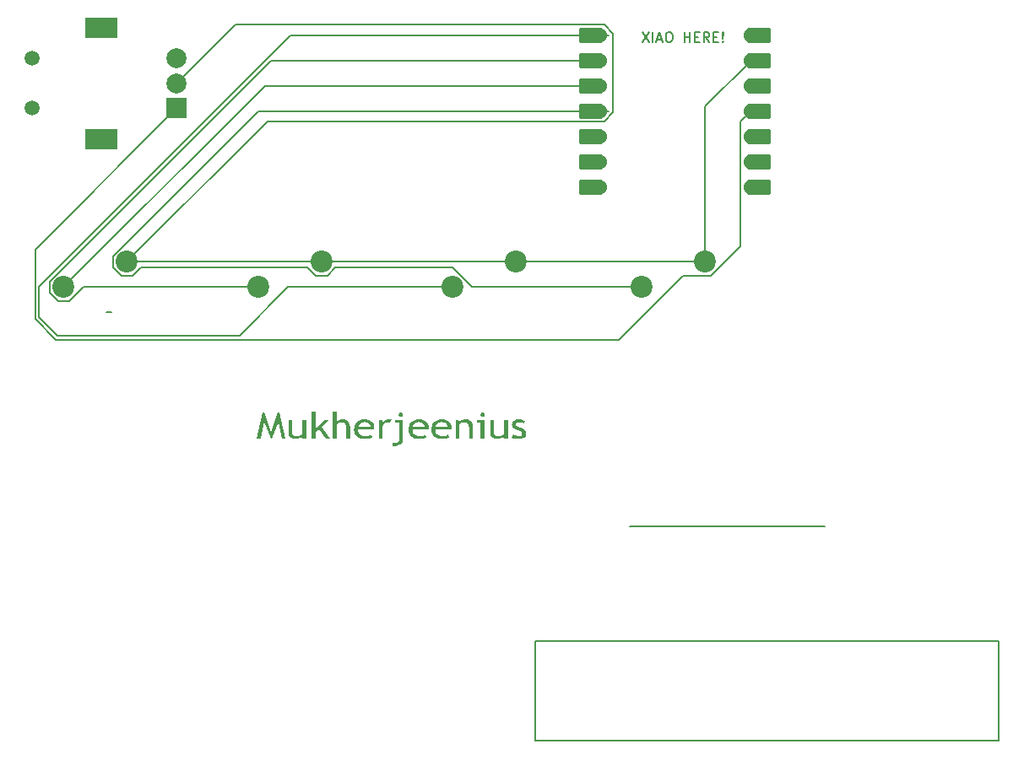
<source format=gbr>
%TF.GenerationSoftware,KiCad,Pcbnew,9.0.2*%
%TF.CreationDate,2025-06-29T15:05:13-04:00*%
%TF.ProjectId,Kicadproject1,4b696361-6470-4726-9f6a-656374312e6b,rev?*%
%TF.SameCoordinates,Original*%
%TF.FileFunction,Copper,L1,Top*%
%TF.FilePolarity,Positive*%
%FSLAX46Y46*%
G04 Gerber Fmt 4.6, Leading zero omitted, Abs format (unit mm)*
G04 Created by KiCad (PCBNEW 9.0.2) date 2025-06-29 15:05:13*
%MOMM*%
%LPD*%
G01*
G04 APERTURE LIST*
G04 Aperture macros list*
%AMRoundRect*
0 Rectangle with rounded corners*
0 $1 Rounding radius*
0 $2 $3 $4 $5 $6 $7 $8 $9 X,Y pos of 4 corners*
0 Add a 4 corners polygon primitive as box body*
4,1,4,$2,$3,$4,$5,$6,$7,$8,$9,$2,$3,0*
0 Add four circle primitives for the rounded corners*
1,1,$1+$1,$2,$3*
1,1,$1+$1,$4,$5*
1,1,$1+$1,$6,$7*
1,1,$1+$1,$8,$9*
0 Add four rect primitives between the rounded corners*
20,1,$1+$1,$2,$3,$4,$5,0*
20,1,$1+$1,$4,$5,$6,$7,0*
20,1,$1+$1,$6,$7,$8,$9,0*
20,1,$1+$1,$8,$9,$2,$3,0*%
G04 Aperture macros list end*
%TA.AperFunction,NonConductor*%
%ADD10C,0.200000*%
%TD*%
%ADD11C,0.150000*%
%TA.AperFunction,NonConductor*%
%ADD12C,0.150000*%
%TD*%
%TA.AperFunction,ComponentPad*%
%ADD13C,1.500000*%
%TD*%
%TA.AperFunction,ComponentPad*%
%ADD14R,2.000000X2.000000*%
%TD*%
%TA.AperFunction,ComponentPad*%
%ADD15C,2.000000*%
%TD*%
%TA.AperFunction,ComponentPad*%
%ADD16R,3.200000X2.000000*%
%TD*%
%TA.AperFunction,ComponentPad*%
%ADD17C,2.200000*%
%TD*%
%TA.AperFunction,SMDPad,CuDef*%
%ADD18RoundRect,0.152400X1.063600X0.609600X-1.063600X0.609600X-1.063600X-0.609600X1.063600X-0.609600X0*%
%TD*%
%TA.AperFunction,ComponentPad*%
%ADD19C,1.524000*%
%TD*%
%TA.AperFunction,SMDPad,CuDef*%
%ADD20RoundRect,0.152400X-1.063600X-0.609600X1.063600X-0.609600X1.063600X0.609600X-1.063600X0.609600X0*%
%TD*%
%TA.AperFunction,Conductor*%
%ADD21C,0.200000*%
%TD*%
G04 APERTURE END LIST*
D10*
X116500000Y-111500000D02*
X136000000Y-111500000D01*
X116500000Y-111500000D01*
X107000000Y-123000000D02*
X153500000Y-123000000D01*
X153500000Y-133000000D01*
X107000000Y-133000000D01*
X107000000Y-123000000D01*
D11*
G36*
X81567847Y-102658000D02*
G01*
X81211191Y-100987232D01*
X80555399Y-102698642D01*
X80453000Y-102698642D01*
X79778707Y-100987232D01*
X79430294Y-102658000D01*
X79041032Y-102658000D01*
X79602486Y-100056911D01*
X79788965Y-100056911D01*
X80504291Y-101954861D01*
X81164113Y-100056911D01*
X81348578Y-100056911D01*
X81957292Y-102658000D01*
X81567847Y-102658000D01*
G37*
G36*
X82623342Y-100757986D02*
G01*
X82623342Y-101972959D01*
X82638263Y-102120405D01*
X82678197Y-102229385D01*
X82738766Y-102309020D01*
X82819868Y-102365488D01*
X82925674Y-102401157D01*
X83063895Y-102414147D01*
X83188931Y-102403435D01*
X83305637Y-102371664D01*
X83416338Y-102318099D01*
X83514396Y-102247655D01*
X83583336Y-102173805D01*
X83627547Y-102095679D01*
X83627547Y-100757986D01*
X84016992Y-100757986D01*
X84016992Y-102658000D01*
X83627547Y-102658000D01*
X83627547Y-102399859D01*
X83574448Y-102467281D01*
X83489540Y-102535581D01*
X83364131Y-102605292D01*
X83229230Y-102658470D01*
X83101175Y-102688828D01*
X82977983Y-102698642D01*
X82798839Y-102686056D01*
X82650645Y-102650807D01*
X82527629Y-102595127D01*
X82425505Y-102519086D01*
X82345291Y-102425184D01*
X82285661Y-102311621D01*
X82247555Y-102174413D01*
X82233897Y-102008521D01*
X82233897Y-100757986D01*
X82623342Y-100757986D01*
G37*
G36*
X85967515Y-102658000D02*
G01*
X85278934Y-101705770D01*
X84938764Y-102007727D01*
X84938764Y-102658000D01*
X84549319Y-102658000D01*
X84549319Y-99975627D01*
X84938764Y-99975627D01*
X84938764Y-101641949D01*
X85779021Y-100757986D01*
X86233862Y-100757986D01*
X85530992Y-101478429D01*
X86389750Y-102658000D01*
X85967515Y-102658000D01*
G37*
G36*
X88018056Y-102658000D02*
G01*
X88018056Y-101460807D01*
X88003155Y-101322069D01*
X87961952Y-101212028D01*
X87897156Y-101124557D01*
X87807831Y-101057562D01*
X87696669Y-101016466D01*
X87556987Y-101001838D01*
X87418036Y-101019168D01*
X87273054Y-101073914D01*
X87144533Y-101154163D01*
X87054884Y-101242038D01*
X87054884Y-102658000D01*
X86665439Y-102658000D01*
X86665439Y-99975627D01*
X87054884Y-99975627D01*
X87054884Y-100962783D01*
X87114070Y-100899524D01*
X87196190Y-100841139D01*
X87305844Y-100787673D01*
X87482727Y-100734769D01*
X87663599Y-100717344D01*
X87834437Y-100730788D01*
X87979309Y-100768995D01*
X88103227Y-100830572D01*
X88209665Y-100916585D01*
X88292889Y-101020084D01*
X88354486Y-101142693D01*
X88393586Y-101288074D01*
X88407501Y-101460807D01*
X88407501Y-102658000D01*
X88018056Y-102658000D01*
G37*
G36*
X90078590Y-100733346D02*
G01*
X90274756Y-100778482D01*
X90440739Y-100850215D01*
X90581507Y-100948495D01*
X90692515Y-101066153D01*
X90772499Y-101201199D01*
X90822183Y-101356999D01*
X90839610Y-101538122D01*
X90831652Y-101648405D01*
X90808836Y-101746094D01*
X89226875Y-101746094D01*
X89241743Y-101912065D01*
X89283346Y-102049486D01*
X89348868Y-102163561D01*
X89437901Y-102258247D01*
X89571754Y-102343770D01*
X89729354Y-102395889D01*
X89917472Y-102414147D01*
X90082245Y-102402941D01*
X90228038Y-102370662D01*
X90358091Y-102318289D01*
X90474895Y-102245388D01*
X90638843Y-102489081D01*
X90532578Y-102557936D01*
X90362238Y-102624025D01*
X90204225Y-102664739D01*
X90031372Y-102689939D01*
X89841634Y-102698642D01*
X89639740Y-102682934D01*
X89457777Y-102637161D01*
X89291744Y-102561619D01*
X89138764Y-102454313D01*
X89000468Y-102311357D01*
X88900761Y-102146180D01*
X88838723Y-101954444D01*
X88816913Y-101730219D01*
X88831316Y-101540947D01*
X88841492Y-101499702D01*
X89237133Y-101499702D01*
X90452363Y-101499702D01*
X90435256Y-101366386D01*
X90386027Y-101252348D01*
X90304719Y-101153293D01*
X90186684Y-101070572D01*
X90042424Y-101019824D01*
X89864166Y-101001838D01*
X89697556Y-101018796D01*
X89553839Y-101067902D01*
X89427643Y-101149800D01*
X89331952Y-101251010D01*
X89268836Y-101366466D01*
X89237133Y-101499702D01*
X88841492Y-101499702D01*
X88872643Y-101373443D01*
X88939064Y-101224488D01*
X89030138Y-101091431D01*
X89146824Y-100972309D01*
X89303699Y-100859264D01*
X89470512Y-100780566D01*
X89649916Y-100733393D01*
X89845664Y-100717344D01*
X90078590Y-100733346D01*
G37*
G36*
X92442088Y-101078200D02*
G01*
X92311683Y-101020070D01*
X92185999Y-101001838D01*
X92056676Y-101019393D01*
X91937557Y-101072606D01*
X91824214Y-101167263D01*
X91739079Y-101283686D01*
X91687465Y-101415149D01*
X91669609Y-101565745D01*
X91669609Y-102658000D01*
X91280163Y-102658000D01*
X91280163Y-100757986D01*
X91669609Y-100757986D01*
X91669609Y-101057085D01*
X91766912Y-100930751D01*
X91876998Y-100837047D01*
X92000877Y-100771286D01*
X92141379Y-100731238D01*
X92302869Y-100717344D01*
X92418245Y-100724107D01*
X92604021Y-100749413D01*
X92442088Y-101078200D01*
G37*
G36*
X93479448Y-100036590D02*
G01*
X93572470Y-100051891D01*
X93650540Y-100097712D01*
X93703649Y-100164987D01*
X93721249Y-100243928D01*
X93703548Y-100324507D01*
X93650540Y-100392049D01*
X93572470Y-100437870D01*
X93479448Y-100453170D01*
X93386584Y-100437844D01*
X93309272Y-100392049D01*
X93257123Y-100324581D01*
X93239663Y-100243928D01*
X93257151Y-100163575D01*
X93309272Y-100096918D01*
X93386512Y-100051743D01*
X93479448Y-100036590D01*
G37*
G36*
X92639192Y-103399716D02*
G01*
X92639192Y-103097441D01*
X92907321Y-103082301D01*
X93081683Y-103044413D01*
X93189471Y-102992026D01*
X93268084Y-102912624D01*
X93318998Y-102801038D01*
X93338032Y-102646093D01*
X93338032Y-101042480D01*
X92901509Y-101042480D01*
X92901509Y-100757986D01*
X93727477Y-100757986D01*
X93727477Y-102639584D01*
X93708429Y-102834157D01*
X93655709Y-102990179D01*
X93573218Y-103115409D01*
X93460947Y-103215398D01*
X93324694Y-103289768D01*
X93148754Y-103347447D01*
X92923909Y-103385659D01*
X92639192Y-103399716D01*
G37*
G36*
X95535953Y-100733346D02*
G01*
X95732118Y-100778482D01*
X95898101Y-100850215D01*
X96038869Y-100948495D01*
X96149878Y-101066153D01*
X96229862Y-101201199D01*
X96279545Y-101356999D01*
X96296973Y-101538122D01*
X96289014Y-101648405D01*
X96266198Y-101746094D01*
X94684237Y-101746094D01*
X94699105Y-101912065D01*
X94740708Y-102049486D01*
X94806231Y-102163561D01*
X94895263Y-102258247D01*
X95029116Y-102343770D01*
X95186716Y-102395889D01*
X95374834Y-102414147D01*
X95539607Y-102402941D01*
X95685400Y-102370662D01*
X95815454Y-102318289D01*
X95932257Y-102245388D01*
X96096205Y-102489081D01*
X95989941Y-102557936D01*
X95819600Y-102624025D01*
X95661587Y-102664739D01*
X95488734Y-102689939D01*
X95298996Y-102698642D01*
X95097102Y-102682934D01*
X94915139Y-102637161D01*
X94749106Y-102561619D01*
X94596127Y-102454313D01*
X94457830Y-102311357D01*
X94358123Y-102146180D01*
X94296085Y-101954444D01*
X94274275Y-101730219D01*
X94288679Y-101540947D01*
X94298855Y-101499702D01*
X94694495Y-101499702D01*
X95909726Y-101499702D01*
X95892618Y-101366386D01*
X95843389Y-101252348D01*
X95762081Y-101153293D01*
X95644047Y-101070572D01*
X95499786Y-101019824D01*
X95321528Y-101001838D01*
X95154919Y-101018796D01*
X95011201Y-101067902D01*
X94885005Y-101149800D01*
X94789314Y-101251010D01*
X94726198Y-101366466D01*
X94694495Y-101499702D01*
X94298855Y-101499702D01*
X94330005Y-101373443D01*
X94396427Y-101224488D01*
X94487500Y-101091431D01*
X94604187Y-100972309D01*
X94761061Y-100859264D01*
X94927874Y-100780566D01*
X95107279Y-100733393D01*
X95303026Y-100717344D01*
X95535953Y-100733346D01*
G37*
G36*
X97824997Y-100733346D02*
G01*
X98021162Y-100778482D01*
X98187145Y-100850215D01*
X98327913Y-100948495D01*
X98438922Y-101066153D01*
X98518906Y-101201199D01*
X98568589Y-101356999D01*
X98586017Y-101538122D01*
X98578058Y-101648405D01*
X98555242Y-101746094D01*
X96973281Y-101746094D01*
X96988149Y-101912065D01*
X97029752Y-102049486D01*
X97095275Y-102163561D01*
X97184307Y-102258247D01*
X97318160Y-102343770D01*
X97475760Y-102395889D01*
X97663878Y-102414147D01*
X97828651Y-102402941D01*
X97974444Y-102370662D01*
X98104498Y-102318289D01*
X98221301Y-102245388D01*
X98385249Y-102489081D01*
X98278985Y-102557936D01*
X98108644Y-102624025D01*
X97950631Y-102664739D01*
X97777778Y-102689939D01*
X97588040Y-102698642D01*
X97386146Y-102682934D01*
X97204183Y-102637161D01*
X97038150Y-102561619D01*
X96885170Y-102454313D01*
X96746874Y-102311357D01*
X96647167Y-102146180D01*
X96585129Y-101954444D01*
X96563319Y-101730219D01*
X96577722Y-101540947D01*
X96587898Y-101499702D01*
X96983539Y-101499702D01*
X98198770Y-101499702D01*
X98181662Y-101366386D01*
X98132433Y-101252348D01*
X98051125Y-101153293D01*
X97933091Y-101070572D01*
X97788830Y-101019824D01*
X97610572Y-101001838D01*
X97443962Y-101018796D01*
X97300245Y-101067902D01*
X97174049Y-101149800D01*
X97078358Y-101251010D01*
X97015242Y-101366466D01*
X96983539Y-101499702D01*
X96587898Y-101499702D01*
X96619049Y-101373443D01*
X96685471Y-101224488D01*
X96776544Y-101091431D01*
X96893230Y-100972309D01*
X97050105Y-100859264D01*
X97216918Y-100780566D01*
X97396323Y-100733393D01*
X97592070Y-100717344D01*
X97824997Y-100733346D01*
G37*
G36*
X100346397Y-102658000D02*
G01*
X100346397Y-101549711D01*
X100331485Y-101346789D01*
X100293726Y-101210942D01*
X100240884Y-101123764D01*
X100160118Y-101058964D01*
X100046175Y-101017356D01*
X99887342Y-101001838D01*
X99754965Y-101018222D01*
X99608539Y-101071215D01*
X99477676Y-101150390D01*
X99385240Y-101242038D01*
X99385240Y-102658000D01*
X98995795Y-102658000D01*
X98995795Y-100757986D01*
X99262325Y-100757986D01*
X99385240Y-100998345D01*
X99471192Y-100898009D01*
X99574158Y-100821001D01*
X99696243Y-100765014D01*
X99841275Y-100729829D01*
X100014471Y-100717344D01*
X100209631Y-100733552D01*
X100365591Y-100778560D01*
X100490776Y-100849806D01*
X100590615Y-100948720D01*
X100666833Y-101080511D01*
X100717205Y-101253537D01*
X100735842Y-101478587D01*
X100735842Y-102658000D01*
X100346397Y-102658000D01*
G37*
G36*
X101692419Y-100036590D02*
G01*
X101785441Y-100051891D01*
X101863511Y-100097712D01*
X101916620Y-100164987D01*
X101934220Y-100243928D01*
X101916519Y-100324507D01*
X101863511Y-100392049D01*
X101785441Y-100437870D01*
X101692419Y-100453170D01*
X101601130Y-100437950D01*
X101523342Y-100392049D01*
X101470334Y-100324507D01*
X101452634Y-100243928D01*
X101470122Y-100163575D01*
X101522243Y-100096918D01*
X101599483Y-100051743D01*
X101692419Y-100036590D01*
G37*
G36*
X101479378Y-102658000D02*
G01*
X101479378Y-101042480D01*
X101178044Y-101042480D01*
X101178044Y-100757986D01*
X101868640Y-100757986D01*
X101868640Y-102658000D01*
X101479378Y-102658000D01*
G37*
G36*
X102855443Y-100757986D02*
G01*
X102855443Y-101972959D01*
X102870364Y-102120405D01*
X102910297Y-102229385D01*
X102970867Y-102309020D01*
X103051968Y-102365488D01*
X103157774Y-102401157D01*
X103295996Y-102414147D01*
X103421032Y-102403435D01*
X103537737Y-102371664D01*
X103648438Y-102318099D01*
X103746497Y-102247655D01*
X103815437Y-102173805D01*
X103859647Y-102095679D01*
X103859647Y-100757986D01*
X104249092Y-100757986D01*
X104249092Y-102658000D01*
X103859647Y-102658000D01*
X103859647Y-102399859D01*
X103806548Y-102467281D01*
X103721640Y-102535581D01*
X103596231Y-102605292D01*
X103461330Y-102658470D01*
X103333276Y-102688828D01*
X103210083Y-102698642D01*
X103030940Y-102686056D01*
X102882746Y-102650807D01*
X102759730Y-102595127D01*
X102657606Y-102519086D01*
X102577391Y-102425184D01*
X102517762Y-102311621D01*
X102479656Y-102174413D01*
X102465997Y-102008521D01*
X102465997Y-100757986D01*
X102855443Y-100757986D01*
G37*
G36*
X104637988Y-102549409D02*
G01*
X104775375Y-102229353D01*
X105001564Y-102341820D01*
X105171918Y-102398120D01*
X105300008Y-102414147D01*
X105441232Y-102401343D01*
X105538939Y-102367686D01*
X105605009Y-102316612D01*
X105645788Y-102246161D01*
X105660694Y-102149498D01*
X105642898Y-102066574D01*
X105586987Y-101986545D01*
X105482628Y-101906057D01*
X105312281Y-101824362D01*
X105067076Y-101721019D01*
X104950497Y-101662112D01*
X104862792Y-101602507D01*
X104788564Y-101536375D01*
X104728167Y-101462909D01*
X104686165Y-101386667D01*
X104661036Y-101305144D01*
X104652459Y-101216319D01*
X104665516Y-101102026D01*
X104702785Y-101004884D01*
X104763405Y-100921385D01*
X104849197Y-100849271D01*
X104987848Y-100778210D01*
X105156776Y-100733381D01*
X105363572Y-100717344D01*
X105521137Y-100729525D01*
X105719557Y-100770632D01*
X105968073Y-100848795D01*
X105857431Y-101161707D01*
X105695895Y-101069746D01*
X105542114Y-101018339D01*
X105392149Y-101001838D01*
X105261052Y-101016842D01*
X105157493Y-101059149D01*
X105103174Y-101102138D01*
X105072498Y-101149696D01*
X105062238Y-101203936D01*
X105076544Y-101288627D01*
X105118595Y-101361569D01*
X105191176Y-101426023D01*
X105302023Y-101482874D01*
X105580643Y-101593369D01*
X105745854Y-101669663D01*
X105867467Y-101747049D01*
X105953602Y-101825315D01*
X106017206Y-101916771D01*
X106056601Y-102024149D01*
X106070472Y-102151403D01*
X106056652Y-102276627D01*
X106017258Y-102383074D01*
X105953397Y-102474494D01*
X105863476Y-102553378D01*
X105756714Y-102613926D01*
X105628443Y-102659233D01*
X105474486Y-102688251D01*
X105289750Y-102698642D01*
X105063286Y-102682046D01*
X104847045Y-102632603D01*
X104637988Y-102549409D01*
G37*
D12*
X117741541Y-61869819D02*
X118408207Y-62869819D01*
X118408207Y-61869819D02*
X117741541Y-62869819D01*
X118789160Y-62869819D02*
X118789160Y-61869819D01*
X119217731Y-62584104D02*
X119693921Y-62584104D01*
X119122493Y-62869819D02*
X119455826Y-61869819D01*
X119455826Y-61869819D02*
X119789159Y-62869819D01*
X120312969Y-61869819D02*
X120503445Y-61869819D01*
X120503445Y-61869819D02*
X120598683Y-61917438D01*
X120598683Y-61917438D02*
X120693921Y-62012676D01*
X120693921Y-62012676D02*
X120741540Y-62203152D01*
X120741540Y-62203152D02*
X120741540Y-62536485D01*
X120741540Y-62536485D02*
X120693921Y-62726961D01*
X120693921Y-62726961D02*
X120598683Y-62822200D01*
X120598683Y-62822200D02*
X120503445Y-62869819D01*
X120503445Y-62869819D02*
X120312969Y-62869819D01*
X120312969Y-62869819D02*
X120217731Y-62822200D01*
X120217731Y-62822200D02*
X120122493Y-62726961D01*
X120122493Y-62726961D02*
X120074874Y-62536485D01*
X120074874Y-62536485D02*
X120074874Y-62203152D01*
X120074874Y-62203152D02*
X120122493Y-62012676D01*
X120122493Y-62012676D02*
X120217731Y-61917438D01*
X120217731Y-61917438D02*
X120312969Y-61869819D01*
X121932017Y-62869819D02*
X121932017Y-61869819D01*
X121932017Y-62346009D02*
X122503445Y-62346009D01*
X122503445Y-62869819D02*
X122503445Y-61869819D01*
X122979636Y-62346009D02*
X123312969Y-62346009D01*
X123455826Y-62869819D02*
X122979636Y-62869819D01*
X122979636Y-62869819D02*
X122979636Y-61869819D01*
X122979636Y-61869819D02*
X123455826Y-61869819D01*
X124455826Y-62869819D02*
X124122493Y-62393628D01*
X123884398Y-62869819D02*
X123884398Y-61869819D01*
X123884398Y-61869819D02*
X124265350Y-61869819D01*
X124265350Y-61869819D02*
X124360588Y-61917438D01*
X124360588Y-61917438D02*
X124408207Y-61965057D01*
X124408207Y-61965057D02*
X124455826Y-62060295D01*
X124455826Y-62060295D02*
X124455826Y-62203152D01*
X124455826Y-62203152D02*
X124408207Y-62298390D01*
X124408207Y-62298390D02*
X124360588Y-62346009D01*
X124360588Y-62346009D02*
X124265350Y-62393628D01*
X124265350Y-62393628D02*
X123884398Y-62393628D01*
X124884398Y-62346009D02*
X125217731Y-62346009D01*
X125360588Y-62869819D02*
X124884398Y-62869819D01*
X124884398Y-62869819D02*
X124884398Y-61869819D01*
X124884398Y-61869819D02*
X125360588Y-61869819D01*
X125789160Y-62774580D02*
X125836779Y-62822200D01*
X125836779Y-62822200D02*
X125789160Y-62869819D01*
X125789160Y-62869819D02*
X125741541Y-62822200D01*
X125741541Y-62822200D02*
X125789160Y-62774580D01*
X125789160Y-62774580D02*
X125789160Y-62869819D01*
X125789160Y-62488866D02*
X125741541Y-61917438D01*
X125741541Y-61917438D02*
X125789160Y-61869819D01*
X125789160Y-61869819D02*
X125836779Y-61917438D01*
X125836779Y-61917438D02*
X125789160Y-62488866D01*
X125789160Y-62488866D02*
X125789160Y-61869819D01*
D13*
%TO.P,SW5,*%
%TO.N,*%
X56500000Y-69500000D03*
X56500000Y-64500000D03*
D14*
%TO.P,SW5,A,A*%
%TO.N,Net-(U1-GPIO3{slash}MOSI)*%
X71000000Y-69500000D03*
D15*
%TO.P,SW5,B,B*%
%TO.N,Net-(U1-GPIO4{slash}MISO)*%
X71000000Y-64500000D03*
%TO.P,SW5,C,C*%
%TO.N,GND*%
X71000000Y-67000000D03*
D16*
%TO.P,SW5,MP*%
%TO.N,N/C*%
X63500000Y-72600000D03*
X63500000Y-61400000D03*
%TD*%
D17*
%TO.P,SW2,1,1*%
%TO.N,GND*%
X105040000Y-84920000D03*
%TO.P,SW2,2,2*%
%TO.N,Net-(U1-GPIO26{slash}ADC0{slash}A0)*%
X98690000Y-87460000D03*
%TD*%
%TO.P,SW4,1,1*%
%TO.N,GND*%
X66040000Y-84920000D03*
%TO.P,SW4,2,2*%
%TO.N,Net-(U1-GPIO28{slash}ADC2{slash}A2)*%
X59690000Y-87460000D03*
%TD*%
D18*
%TO.P,U1,1,GPIO26/ADC0/A0*%
%TO.N,Net-(U1-GPIO26{slash}ADC0{slash}A0)*%
X112545000Y-62148500D03*
D19*
X113380000Y-62148500D03*
D18*
%TO.P,U1,2,GPIO27/ADC1/A1*%
%TO.N,Net-(U1-GPIO27{slash}ADC1{slash}A1)*%
X112545000Y-64688500D03*
D19*
X113380000Y-64688500D03*
D18*
%TO.P,U1,3,GPIO28/ADC2/A2*%
%TO.N,Net-(U1-GPIO28{slash}ADC2{slash}A2)*%
X112545000Y-67228500D03*
D19*
X113380000Y-67228500D03*
D18*
%TO.P,U1,4,GPIO29/ADC3/A3*%
%TO.N,Net-(U1-GPIO29{slash}ADC3{slash}A3)*%
X112545000Y-69768500D03*
D19*
X113380000Y-69768500D03*
D18*
%TO.P,U1,5,GPIO6/SDA*%
%TO.N,unconnected-(U1-GPIO6{slash}SDA-Pad5)*%
X112545000Y-72308500D03*
D19*
X113380000Y-72308500D03*
D18*
%TO.P,U1,6,GPIO7/SCL*%
%TO.N,unconnected-(U1-GPIO7{slash}SCL-Pad6)*%
X112545000Y-74848500D03*
D19*
X113380000Y-74848500D03*
D18*
%TO.P,U1,7,GPIO0/TX*%
%TO.N,unconnected-(U1-GPIO0{slash}TX-Pad7)*%
X112545000Y-77388500D03*
D19*
X113380000Y-77388500D03*
%TO.P,U1,8,GPIO1/RX*%
%TO.N,unconnected-(U1-GPIO1{slash}RX-Pad8)*%
X128620000Y-77388500D03*
D20*
X129455000Y-77388500D03*
D19*
%TO.P,U1,9,GPIO2/SCK*%
%TO.N,unconnected-(U1-GPIO2{slash}SCK-Pad9)*%
X128620000Y-74848500D03*
D20*
X129455000Y-74848500D03*
D19*
%TO.P,U1,10,GPIO4/MISO*%
%TO.N,Net-(U1-GPIO4{slash}MISO)*%
X128620000Y-72308500D03*
D20*
X129455000Y-72308500D03*
D19*
%TO.P,U1,11,GPIO3/MOSI*%
%TO.N,Net-(U1-GPIO3{slash}MOSI)*%
X128620000Y-69768500D03*
D20*
X129455000Y-69768500D03*
D19*
%TO.P,U1,12,3V3*%
%TO.N,unconnected-(U1-3V3-Pad12)*%
X128620000Y-67228500D03*
D20*
X129455000Y-67228500D03*
D19*
%TO.P,U1,13,GND*%
%TO.N,GND*%
X128620000Y-64688500D03*
D20*
X129455000Y-64688500D03*
D19*
%TO.P,U1,14,VBUS*%
%TO.N,+5V*%
X128620000Y-62148500D03*
D20*
X129455000Y-62148500D03*
%TD*%
D17*
%TO.P,SW3,1,1*%
%TO.N,GND*%
X124040000Y-84920000D03*
%TO.P,SW3,2,2*%
%TO.N,Net-(U1-GPIO29{slash}ADC3{slash}A3)*%
X117690000Y-87460000D03*
%TD*%
%TO.P,SW1,1,1*%
%TO.N,GND*%
X85540000Y-84920000D03*
%TO.P,SW1,2,2*%
%TO.N,Net-(U1-GPIO27{slash}ADC1{slash}A1)*%
X79190000Y-87460000D03*
%TD*%
D21*
%TO.N,GND*%
X80128500Y-70831500D02*
X66040000Y-84920000D01*
X113884100Y-61085500D02*
X114781000Y-61982400D01*
X114781000Y-69934600D02*
X113884100Y-70831500D01*
X76914500Y-61085500D02*
X113884100Y-61085500D01*
X114781000Y-61982400D02*
X114781000Y-69934600D01*
X71000000Y-67000000D02*
X76914500Y-61085500D01*
X113884100Y-70831500D02*
X80128500Y-70831500D01*
%TO.N,Net-(U1-GPIO3{slash}MOSI)*%
X127557000Y-70831500D02*
X128620000Y-69768500D01*
X127557000Y-83384314D02*
X127557000Y-70831500D01*
X121818314Y-86321000D02*
X124620314Y-86321000D01*
X115387314Y-92752000D02*
X121818314Y-86321000D01*
X58906430Y-92752000D02*
X115387314Y-92752000D01*
X56818000Y-90663570D02*
X58906430Y-92752000D01*
X124620314Y-86321000D02*
X127557000Y-83384314D01*
X56818000Y-83682000D02*
X56818000Y-90663570D01*
X71000000Y-69500000D02*
X56818000Y-83682000D01*
%TO.N,*%
X64500000Y-90000000D02*
X64000000Y-90000000D01*
%TO.N,Net-(U1-GPIO27{slash}ADC1{slash}A1)*%
X80480186Y-64688500D02*
X113545000Y-64688500D01*
X58289000Y-88040314D02*
X58289000Y-86879686D01*
X59109686Y-88861000D02*
X58289000Y-88040314D01*
X60270314Y-88861000D02*
X59109686Y-88861000D01*
X58289000Y-86879686D02*
X80480186Y-64688500D01*
X79190000Y-87460000D02*
X61671314Y-87460000D01*
X61671314Y-87460000D02*
X60270314Y-88861000D01*
%TO.N,GND*%
X124040000Y-69268500D02*
X128620000Y-64688500D01*
X124040000Y-84920000D02*
X124040000Y-71103500D01*
X124040000Y-71460000D02*
X124000000Y-71500000D01*
X124040000Y-71103500D02*
X124040000Y-71460000D01*
X87000000Y-84920000D02*
X85540000Y-84920000D01*
X105040000Y-84920000D02*
X87000000Y-84920000D01*
X105040000Y-84920000D02*
X124040000Y-84920000D01*
X124040000Y-71103500D02*
X124040000Y-69268500D01*
X87000000Y-84920000D02*
X66040000Y-84920000D01*
%TO.N,Net-(U1-GPIO26{slash}ADC0{slash}A0)*%
X98690000Y-87460000D02*
X82215184Y-87460000D01*
X77324184Y-92351000D02*
X59072530Y-92351000D01*
X57219000Y-90497470D02*
X57219000Y-87382586D01*
X57219000Y-87382586D02*
X82453086Y-62148500D01*
X82453086Y-62148500D02*
X114380000Y-62148500D01*
X59072530Y-92351000D02*
X57219000Y-90497470D01*
X82215184Y-87460000D02*
X77324184Y-92351000D01*
%TO.N,Net-(U1-GPIO29{slash}ADC3{slash}A3)*%
X84959686Y-86321000D02*
X84139000Y-85500314D01*
X67441000Y-85500314D02*
X66620314Y-86321000D01*
X64639000Y-84339686D02*
X79210186Y-69768500D01*
X86120314Y-86321000D02*
X84959686Y-86321000D01*
X98711628Y-85500314D02*
X86941000Y-85500314D01*
X66620314Y-86321000D02*
X65459686Y-86321000D01*
X79210186Y-69768500D02*
X114380000Y-69768500D01*
X117690000Y-87460000D02*
X100671314Y-87460000D01*
X86941000Y-85500314D02*
X86120314Y-86321000D01*
X64639000Y-85500314D02*
X64639000Y-84339686D01*
X65459686Y-86321000D02*
X64639000Y-85500314D01*
X100671314Y-87460000D02*
X98711628Y-85500314D01*
X84139000Y-85500314D02*
X67441000Y-85500314D01*
%TO.N,Net-(U1-GPIO28{slash}ADC2{slash}A2)*%
X79921500Y-67228500D02*
X113545000Y-67228500D01*
X59690000Y-87460000D02*
X79921500Y-67228500D01*
%TD*%
M02*

</source>
